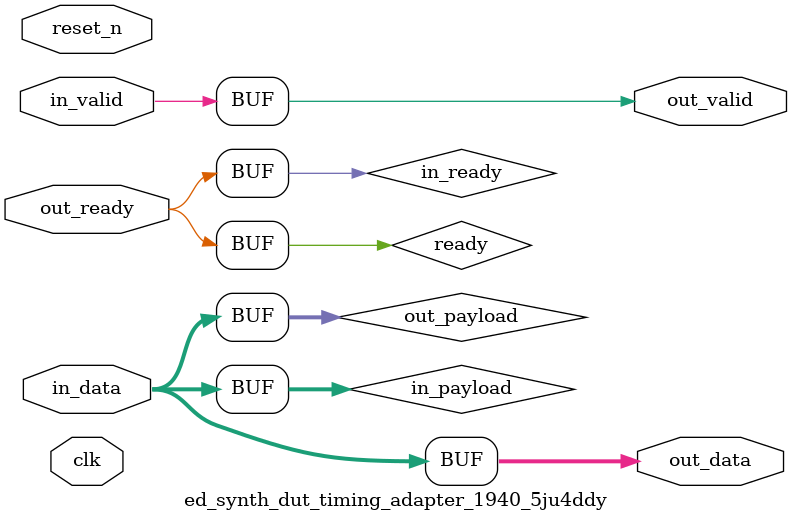
<source format=sv>





 


`timescale 1ns / 100ps



module ed_synth_dut_timing_adapter_1940_5ju4ddy #(parameter SYNC_RESET = 0)
(  
 input               in_valid,
 input     [8-1: 0]  in_data,
 input               out_ready,
 output reg          out_valid,
 output reg [8-1: 0] out_data,
 input              clk,
 input              reset_n

 /*AUTOARG*/);

   
   reg [8-1:0]   in_payload;
   reg [8-1:0]   out_payload;
   reg [1-1:0]   ready;   
   reg           in_ready;
   always @(negedge in_ready) begin
      $display("%m: The downstream component is backpressuring by deasserting ready, but the upstream component can't be backpressured.");
   end

   always @* begin
     in_payload = {in_data};
     {out_data} = out_payload;
   end

   always_comb begin
     ready[0]    = out_ready;
     out_valid = in_valid;
     out_payload = in_payload;
     in_ready    = ready[0];
   end

generate if(SYNC_RESET == 0) begin

end
else begin
reg internal_sclr;
always @ (posedge clk) begin
internal_sclr <= reset_n;
end

end
endgenerate

endmodule


`ifdef QUESTA_INTEL_OEM
`pragma questa_oem_00 "F7WC8QZaT7vmnC3hwKGp3DONAYEv2i7yVqODTUXeYko19kYOPYfczZdrkKK2cn2SXhAaaUznybY5RoACRRs1IUHbXq21lpIx44cuUOTsrcbSWpSjKeTGgnYd3gR4m/i0MdU2DnJ2gAKCysnhMooXDQZZv/mc+ESIM91+e90fs++Ny1RCk/XyIWayLQGRa76w8uhicg0J82G9MBNIpKzO5g+NsAWw3jWjzb0n4krFLOyo8J+g1ggiLpyy8pzMC7inOi2YBoYwvlGfLN8B8LOcqrkMlGaHsQ81MKtlW6Ugv1R7WAbw1u1QO9j/J21J/jTYJjAgclwMkirJhWrKH09xJdEUlXNOiHQvfWbWAIZmBRyOMIdibmwwqDYVNzSfRhEpn/jo3wjBrRAurH3b26/01rAapW9iUdYCRamTIfdLEmOrfoiOfF9YkZIj391zF2IRrGoiolnQBza+n9QGqAi4oHJ8kRdP387kv6SpTAg4RvWsf/pf7QXr1QZb8FhYohYQMhjy5rmZrdeag3XvwbesjOOBfsoKoDwuO3fkKjkoEQzCoF78EiYu3nB6LWV2qZ5zv5aapQlIaVU8Kl4nfXic1e1aXBypy8Ocva2S0qY/+eg1HMOOgHdktWD79f3Sd9PlqIiq/1s8nKLWeAqb/3akHY8WQ4f81meJMTRQxkG3IS4B2fCEqdVz8JF6wgnV8jZgsCUqhubs3ID3irjmZQAdJLMbBE+FSVUAn/jq3buEILXOtzYRYtOamqNGhKLYhskVd5uGcPuGaS8nWts6YHsGQJ1oDq3jy5w2llr7rUbCbLc4riZQwz+W2jZ0MqKtygX8B6nHoGIQvehxq0a73u1mBHmymrGzwlisKoChQ8/VxMTc68CdpFbu9Vxo9IP14rw0d61uPjWnHewvdWakNB6OawDLzD9A4qAMQkPGA5F6oEqoAs1DAjKz50id8GeeIyg+/RMp1vnbkt3zinzQkjLWFt5RE6D8yVmdgpEfK5WwKvas4xgjpZK0L+6S1/Dex+8N"
`endif
</source>
